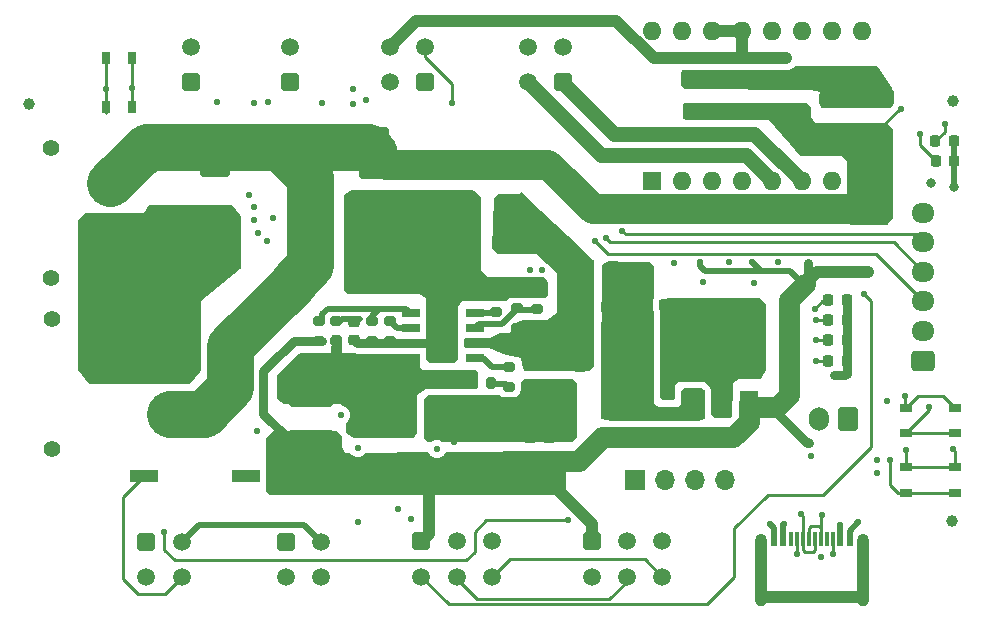
<source format=gbr>
%TF.GenerationSoftware,KiCad,Pcbnew,7.0.11-7.0.11~ubuntu22.04.1*%
%TF.CreationDate,2024-03-20T16:02:33+01:00*%
%TF.ProjectId,sdrac_board,73647261-635f-4626-9f61-72642e6b6963,2.0*%
%TF.SameCoordinates,Original*%
%TF.FileFunction,Copper,L1,Top*%
%TF.FilePolarity,Positive*%
%FSLAX46Y46*%
G04 Gerber Fmt 4.6, Leading zero omitted, Abs format (unit mm)*
G04 Created by KiCad (PCBNEW 7.0.11-7.0.11~ubuntu22.04.1) date 2024-03-20 16:02:33*
%MOMM*%
%LPD*%
G01*
G04 APERTURE LIST*
G04 Aperture macros list*
%AMRoundRect*
0 Rectangle with rounded corners*
0 $1 Rounding radius*
0 $2 $3 $4 $5 $6 $7 $8 $9 X,Y pos of 4 corners*
0 Add a 4 corners polygon primitive as box body*
4,1,4,$2,$3,$4,$5,$6,$7,$8,$9,$2,$3,0*
0 Add four circle primitives for the rounded corners*
1,1,$1+$1,$2,$3*
1,1,$1+$1,$4,$5*
1,1,$1+$1,$6,$7*
1,1,$1+$1,$8,$9*
0 Add four rect primitives between the rounded corners*
20,1,$1+$1,$2,$3,$4,$5,0*
20,1,$1+$1,$4,$5,$6,$7,0*
20,1,$1+$1,$6,$7,$8,$9,0*
20,1,$1+$1,$8,$9,$2,$3,0*%
%AMRotRect*
0 Rectangle, with rotation*
0 The origin of the aperture is its center*
0 $1 length*
0 $2 width*
0 $3 Rotation angle, in degrees counterclockwise*
0 Add horizontal line*
21,1,$1,$2,0,0,$3*%
G04 Aperture macros list end*
%TA.AperFunction,SMDPad,CuDef*%
%ADD10RoundRect,0.200000X0.275000X-0.200000X0.275000X0.200000X-0.275000X0.200000X-0.275000X-0.200000X0*%
%TD*%
%TA.AperFunction,ComponentPad*%
%ADD11RoundRect,0.250001X-0.499999X-0.499999X0.499999X-0.499999X0.499999X0.499999X-0.499999X0.499999X0*%
%TD*%
%TA.AperFunction,ComponentPad*%
%ADD12C,1.500000*%
%TD*%
%TA.AperFunction,SMDPad,CuDef*%
%ADD13R,1.500000X2.000000*%
%TD*%
%TA.AperFunction,SMDPad,CuDef*%
%ADD14R,3.800000X2.000000*%
%TD*%
%TA.AperFunction,ComponentPad*%
%ADD15C,1.400000*%
%TD*%
%TA.AperFunction,ComponentPad*%
%ADD16R,3.500000X3.500000*%
%TD*%
%TA.AperFunction,ComponentPad*%
%ADD17C,3.500000*%
%TD*%
%TA.AperFunction,ComponentPad*%
%ADD18RoundRect,0.250001X0.499999X0.499999X-0.499999X0.499999X-0.499999X-0.499999X0.499999X-0.499999X0*%
%TD*%
%TA.AperFunction,SMDPad,CuDef*%
%ADD19R,2.440000X1.120000*%
%TD*%
%TA.AperFunction,SMDPad,CuDef*%
%ADD20RoundRect,0.218750X0.218750X0.256250X-0.218750X0.256250X-0.218750X-0.256250X0.218750X-0.256250X0*%
%TD*%
%TA.AperFunction,SMDPad,CuDef*%
%ADD21RoundRect,0.250000X-1.000000X1.950000X-1.000000X-1.950000X1.000000X-1.950000X1.000000X1.950000X0*%
%TD*%
%TA.AperFunction,SMDPad,CuDef*%
%ADD22RoundRect,0.200000X-0.275000X0.200000X-0.275000X-0.200000X0.275000X-0.200000X0.275000X0.200000X0*%
%TD*%
%TA.AperFunction,SMDPad,CuDef*%
%ADD23RoundRect,0.225000X0.250000X-0.225000X0.250000X0.225000X-0.250000X0.225000X-0.250000X-0.225000X0*%
%TD*%
%TA.AperFunction,SMDPad,CuDef*%
%ADD24RoundRect,0.250000X0.650000X-0.325000X0.650000X0.325000X-0.650000X0.325000X-0.650000X-0.325000X0*%
%TD*%
%TA.AperFunction,SMDPad,CuDef*%
%ADD25RoundRect,0.250000X1.100000X-0.325000X1.100000X0.325000X-1.100000X0.325000X-1.100000X-0.325000X0*%
%TD*%
%TA.AperFunction,SMDPad,CuDef*%
%ADD26RoundRect,0.250000X-1.100000X0.325000X-1.100000X-0.325000X1.100000X-0.325000X1.100000X0.325000X0*%
%TD*%
%TA.AperFunction,SMDPad,CuDef*%
%ADD27RoundRect,0.250000X-0.325000X-1.100000X0.325000X-1.100000X0.325000X1.100000X-0.325000X1.100000X0*%
%TD*%
%TA.AperFunction,SMDPad,CuDef*%
%ADD28R,0.650000X1.050000*%
%TD*%
%TA.AperFunction,SMDPad,CuDef*%
%ADD29R,1.050000X0.650000*%
%TD*%
%TA.AperFunction,SMDPad,CuDef*%
%ADD30C,1.000000*%
%TD*%
%TA.AperFunction,SMDPad,CuDef*%
%ADD31RoundRect,0.250000X0.475000X-0.250000X0.475000X0.250000X-0.475000X0.250000X-0.475000X-0.250000X0*%
%TD*%
%TA.AperFunction,SMDPad,CuDef*%
%ADD32RoundRect,0.225000X-0.225000X-0.250000X0.225000X-0.250000X0.225000X0.250000X-0.225000X0.250000X0*%
%TD*%
%TA.AperFunction,SMDPad,CuDef*%
%ADD33RoundRect,0.250000X1.000000X-1.400000X1.000000X1.400000X-1.000000X1.400000X-1.000000X-1.400000X0*%
%TD*%
%TA.AperFunction,SMDPad,CuDef*%
%ADD34R,1.525000X0.650000*%
%TD*%
%TA.AperFunction,SMDPad,CuDef*%
%ADD35R,2.400000X3.100000*%
%TD*%
%TA.AperFunction,SMDPad,CuDef*%
%ADD36RoundRect,0.250000X0.250000X0.475000X-0.250000X0.475000X-0.250000X-0.475000X0.250000X-0.475000X0*%
%TD*%
%TA.AperFunction,ComponentPad*%
%ADD37R,1.700000X1.700000*%
%TD*%
%TA.AperFunction,ComponentPad*%
%ADD38O,1.700000X1.700000*%
%TD*%
%TA.AperFunction,SMDPad,CuDef*%
%ADD39R,0.600000X1.240000*%
%TD*%
%TA.AperFunction,SMDPad,CuDef*%
%ADD40R,0.300000X1.240000*%
%TD*%
%TA.AperFunction,ComponentPad*%
%ADD41O,1.000000X2.100000*%
%TD*%
%TA.AperFunction,ComponentPad*%
%ADD42O,1.000000X1.800000*%
%TD*%
%TA.AperFunction,SMDPad,CuDef*%
%ADD43RotRect,1.500000X4.700000X225.000000*%
%TD*%
%TA.AperFunction,SMDPad,CuDef*%
%ADD44RoundRect,0.200000X0.200000X0.275000X-0.200000X0.275000X-0.200000X-0.275000X0.200000X-0.275000X0*%
%TD*%
%TA.AperFunction,ComponentPad*%
%ADD45RoundRect,0.250000X0.725000X-0.600000X0.725000X0.600000X-0.725000X0.600000X-0.725000X-0.600000X0*%
%TD*%
%TA.AperFunction,ComponentPad*%
%ADD46O,1.950000X1.700000*%
%TD*%
%TA.AperFunction,SMDPad,CuDef*%
%ADD47RoundRect,0.250000X-1.625000X0.312500X-1.625000X-0.312500X1.625000X-0.312500X1.625000X0.312500X0*%
%TD*%
%TA.AperFunction,SMDPad,CuDef*%
%ADD48RoundRect,0.242778X-1.632222X0.303472X-1.632222X-0.303472X1.632222X-0.303472X1.632222X0.303472X0*%
%TD*%
%TA.AperFunction,SMDPad,CuDef*%
%ADD49RoundRect,0.225000X0.225000X0.250000X-0.225000X0.250000X-0.225000X-0.250000X0.225000X-0.250000X0*%
%TD*%
%TA.AperFunction,ComponentPad*%
%ADD50R,1.600000X1.600000*%
%TD*%
%TA.AperFunction,ComponentPad*%
%ADD51O,1.600000X1.600000*%
%TD*%
%TA.AperFunction,SMDPad,CuDef*%
%ADD52RoundRect,0.225000X-0.250000X0.225000X-0.250000X-0.225000X0.250000X-0.225000X0.250000X0.225000X0*%
%TD*%
%TA.AperFunction,ComponentPad*%
%ADD53RoundRect,0.250000X0.600000X0.750000X-0.600000X0.750000X-0.600000X-0.750000X0.600000X-0.750000X0*%
%TD*%
%TA.AperFunction,ComponentPad*%
%ADD54O,1.700000X2.000000*%
%TD*%
%TA.AperFunction,ViaPad*%
%ADD55C,0.550000*%
%TD*%
%TA.AperFunction,ViaPad*%
%ADD56C,0.800000*%
%TD*%
%TA.AperFunction,Conductor*%
%ADD57C,0.750000*%
%TD*%
%TA.AperFunction,Conductor*%
%ADD58C,0.254000*%
%TD*%
%TA.AperFunction,Conductor*%
%ADD59C,0.508000*%
%TD*%
%TA.AperFunction,Conductor*%
%ADD60C,1.750000*%
%TD*%
%TA.AperFunction,Conductor*%
%ADD61C,1.000000*%
%TD*%
%TA.AperFunction,Conductor*%
%ADD62C,1.270000*%
%TD*%
%TA.AperFunction,Conductor*%
%ADD63C,0.250000*%
%TD*%
%TA.AperFunction,Conductor*%
%ADD64C,4.000000*%
%TD*%
%TA.AperFunction,Conductor*%
%ADD65C,2.540000*%
%TD*%
G04 APERTURE END LIST*
D10*
%TO.P,R20,1*%
%TO.N,Net-(IC2-EN)*%
X43000000Y-17325000D03*
%TO.P,R20,2*%
%TO.N,GND*%
X43000000Y-15675000D03*
%TD*%
D11*
%TO.P,U4,1,Pin_1*%
%TO.N,GND*%
X9900000Y-37050000D03*
D12*
%TO.P,U4,2,Pin_2*%
%TO.N,/CAN/CAN_5V*%
X12900000Y-37050000D03*
%TO.P,U4,3,Pin_3*%
%TO.N,/CAN/CANH*%
X9900000Y-40050000D03*
%TO.P,U4,4,Pin_4*%
%TO.N,/CAN/CANL*%
X12900000Y-40050000D03*
%TD*%
D10*
%TO.P,R21,1*%
%TO.N,Net-(IC2-RT{slash}SYNC)*%
X39500000Y-17625000D03*
%TO.P,R21,2*%
%TO.N,GND*%
X39500000Y-15975000D03*
%TD*%
D13*
%TO.P,U6,1,GND*%
%TO.N,GND*%
X56300000Y-25300000D03*
%TO.P,U6,2,VO*%
%TO.N,+3V3*%
X58600000Y-25300000D03*
D14*
X58600000Y-19000000D03*
D13*
%TO.P,U6,3,VI*%
%TO.N,+5V*%
X60900000Y-25300000D03*
%TD*%
D15*
%TO.P,J3,*%
%TO.N,*%
X1850000Y-14700000D03*
X1850000Y-3700000D03*
D16*
%TO.P,J3,1,Pin_1*%
%TO.N,GND*%
X6850000Y-11700000D03*
D17*
%TO.P,J3,2,Pin_2*%
%TO.N,VCC*%
X6850000Y-6700000D03*
%TD*%
D18*
%TO.P,J5,1,Pin_1*%
%TO.N,/SteperMotor/STEPER_B2*%
X45200000Y1880000D03*
D12*
%TO.P,J5,2,Pin_2*%
%TO.N,/SteperMotor/STEPER_A2*%
X42200000Y1880000D03*
%TO.P,J5,3,Pin_3*%
%TO.N,/SteperMotor/STEPER_A1*%
X45200000Y4880000D03*
%TO.P,J5,4,Pin_4*%
%TO.N,/SteperMotor/STEPER_B1*%
X42200000Y4880000D03*
%TD*%
D19*
%TO.P,SW4,1*%
%TO.N,Net-(R14-Pad2)*%
X18305000Y-31500000D03*
%TO.P,SW4,2*%
%TO.N,/CAN/CANL*%
X9695000Y-31500000D03*
%TD*%
D20*
%TO.P,D6,1,K*%
%TO.N,GND*%
X69187500Y-16600000D03*
%TO.P,D6,2,A*%
%TO.N,Net-(D6-A)*%
X67612500Y-16600000D03*
%TD*%
D21*
%TO.P,C44,1*%
%TO.N,VCC*%
X29200000Y-4100000D03*
%TO.P,C44,2*%
%TO.N,GND*%
X29200000Y-12500000D03*
%TD*%
D15*
%TO.P,J2,*%
%TO.N,*%
X1875000Y-29200000D03*
X1875000Y-18200000D03*
D16*
%TO.P,J2,1,Pin_1*%
%TO.N,GND*%
X11875000Y-21200000D03*
D17*
%TO.P,J2,2,Pin_2*%
%TO.N,VCC*%
X11875000Y-26200000D03*
%TD*%
D10*
%TO.P,R24,1*%
%TO.N,+5V*%
X24500000Y-20025000D03*
%TO.P,R24,2*%
%TO.N,Net-(IC2-FB)*%
X24500000Y-18375000D03*
%TD*%
D22*
%TO.P,C18,1*%
%TO.N,Net-(IC2-SS_OR_PGOOD)*%
X30500000Y-18375000D03*
%TO.P,C18,2*%
%TO.N,GND*%
X30500000Y-20025000D03*
%TD*%
D23*
%TO.P,C28,1*%
%TO.N,+5V*%
X44012000Y-29845000D03*
%TO.P,C28,2*%
%TO.N,GND*%
X44012000Y-28295000D03*
%TD*%
D24*
%TO.P,C37,1*%
%TO.N,VCC*%
X59100000Y-675000D03*
%TO.P,C37,2*%
%TO.N,GND*%
X59100000Y2275000D03*
%TD*%
D25*
%TO.P,C46,1*%
%TO.N,VCC*%
X71600000Y-2475000D03*
%TO.P,C46,2*%
%TO.N,GND*%
X71600000Y475000D03*
%TD*%
D11*
%TO.P,J10,1,Pin_1*%
%TO.N,+5V*%
X33200000Y-37000000D03*
D12*
%TO.P,J10,2,Pin_2*%
%TO.N,+3V3*%
X36200000Y-37000000D03*
%TO.P,J10,3,Pin_3*%
%TO.N,GND*%
X39200000Y-37000000D03*
%TO.P,J10,4,Pin_4*%
%TO.N,/MCU/Poz_zero_sens*%
X33200000Y-40000000D03*
%TO.P,J10,5,Pin_5*%
%TO.N,/MCU/SCL*%
X36200000Y-40000000D03*
%TO.P,J10,6,Pin_6*%
%TO.N,/MCU/SDA*%
X39200000Y-40000000D03*
%TD*%
D20*
%TO.P,D3,1,K*%
%TO.N,GND*%
X69187500Y-20000000D03*
%TO.P,D3,2,A*%
%TO.N,Net-(D3-A)*%
X67612500Y-20000000D03*
%TD*%
D22*
%TO.P,C17,1*%
%TO.N,Net-(IC2-BOOT)*%
X40600000Y-22275000D03*
%TO.P,C17,2*%
%TO.N,Net-(C17-Pad2)*%
X40600000Y-23925000D03*
%TD*%
D26*
%TO.P,C48,1*%
%TO.N,VCC*%
X36600000Y-5125000D03*
%TO.P,C48,2*%
%TO.N,GND*%
X36600000Y-8075000D03*
%TD*%
D24*
%TO.P,C19,1*%
%TO.N,+5V*%
X49400000Y-27975000D03*
%TO.P,C19,2*%
%TO.N,GND*%
X49400000Y-25025000D03*
%TD*%
D27*
%TO.P,C16,1*%
%TO.N,VDC*%
X46625000Y-21300000D03*
%TO.P,C16,2*%
%TO.N,GND*%
X49575000Y-21300000D03*
%TD*%
D28*
%TO.P,SW2,1,1*%
%TO.N,GND*%
X6500000Y-275000D03*
X6500000Y3875000D03*
%TO.P,SW2,2,2*%
%TO.N,/MCU/NRST*%
X8650000Y-275000D03*
X8650000Y3875000D03*
%TD*%
D24*
%TO.P,C38,1*%
%TO.N,VCC*%
X61700000Y-675000D03*
%TO.P,C38,2*%
%TO.N,GND*%
X61700000Y2275000D03*
%TD*%
D29*
%TO.P,SW1,1,1*%
%TO.N,Net-(R34-Pad1)*%
X78375000Y-27875000D03*
X74225000Y-27875000D03*
%TO.P,SW1,2,2*%
%TO.N,+3V3*%
X78375000Y-25725000D03*
X74225000Y-25725000D03*
%TD*%
D30*
%TO.P,FID2,*%
%TO.N,*%
X78200000Y300000D03*
%TD*%
D31*
%TO.P,C22,1*%
%TO.N,+5V*%
X40500000Y-29975000D03*
%TO.P,C22,2*%
%TO.N,GND*%
X40500000Y-28075000D03*
%TD*%
D23*
%TO.P,C20,1*%
%TO.N,+5V*%
X51400000Y-27775000D03*
%TO.P,C20,2*%
%TO.N,GND*%
X51400000Y-26225000D03*
%TD*%
D26*
%TO.P,C15,1*%
%TO.N,VDC*%
X43500000Y-21225000D03*
%TO.P,C15,2*%
%TO.N,GND*%
X43500000Y-24175000D03*
%TD*%
D32*
%TO.P,C13,1*%
%TO.N,VDC*%
X47300000Y-18900000D03*
%TO.P,C13,2*%
%TO.N,GND*%
X48850000Y-18900000D03*
%TD*%
D21*
%TO.P,C34,1*%
%TO.N,VCC*%
X15700000Y-4000000D03*
%TO.P,C34,2*%
%TO.N,GND*%
X15700000Y-12400000D03*
%TD*%
D25*
%TO.P,C45,1*%
%TO.N,VCC*%
X68200000Y-2475000D03*
%TO.P,C45,2*%
%TO.N,GND*%
X68200000Y475000D03*
%TD*%
D10*
%TO.P,R19,1*%
%TO.N,VDC*%
X41300000Y-18925000D03*
%TO.P,R19,2*%
%TO.N,Net-(IC2-EN)*%
X41300000Y-17275000D03*
%TD*%
D22*
%TO.P,R25,1*%
%TO.N,Net-(IC2-FB)*%
X29000000Y-18375000D03*
%TO.P,R25,2*%
%TO.N,GND*%
X29000000Y-20025000D03*
%TD*%
D33*
%TO.P,D10,1,K*%
%TO.N,Net-(D10-K)*%
X28500000Y-26400000D03*
%TO.P,D10,2,A*%
%TO.N,GND*%
X35300000Y-26400000D03*
%TD*%
D29*
%TO.P,SW3,1,1*%
%TO.N,GND*%
X74225000Y-30725000D03*
X78375000Y-30725000D03*
%TO.P,SW3,2,2*%
%TO.N,/MCU/USR_BTN*%
X74225000Y-32875000D03*
X78375000Y-32875000D03*
%TD*%
D10*
%TO.P,R23,1*%
%TO.N,Net-(D10-K)*%
X26000000Y-20025000D03*
%TO.P,R23,2*%
%TO.N,Net-(C21-Pad1)*%
X26000000Y-18375000D03*
%TD*%
D11*
%TO.P,J9,1,Pin_1*%
%TO.N,+5V*%
X47600000Y-37000000D03*
D12*
%TO.P,J9,2,Pin_2*%
%TO.N,+3V3*%
X50600000Y-37000000D03*
%TO.P,J9,3,Pin_3*%
%TO.N,GND*%
X53600000Y-37000000D03*
%TO.P,J9,4,Pin_4*%
%TO.N,/MCU/Mag_enc_analog*%
X47600000Y-40000000D03*
%TO.P,J9,5,Pin_5*%
%TO.N,/MCU/SCL*%
X50600000Y-40000000D03*
%TO.P,J9,6,Pin_6*%
%TO.N,/MCU/SDA*%
X53600000Y-40000000D03*
%TD*%
D34*
%TO.P,IC2,1,BOOT*%
%TO.N,Net-(IC2-BOOT)*%
X37712000Y-21505000D03*
%TO.P,IC2,2,VIN*%
%TO.N,VDC*%
X37712000Y-20235000D03*
%TO.P,IC2,3,EN*%
%TO.N,Net-(IC2-EN)*%
X37712000Y-18965000D03*
%TO.P,IC2,4,RT/SYNC*%
%TO.N,Net-(IC2-RT{slash}SYNC)*%
X37712000Y-17695000D03*
%TO.P,IC2,5,FB*%
%TO.N,Net-(IC2-FB)*%
X32288000Y-17695000D03*
%TO.P,IC2,6,SS_OR_PGOOD*%
%TO.N,Net-(IC2-SS_OR_PGOOD)*%
X32288000Y-18965000D03*
%TO.P,IC2,7,GND*%
%TO.N,GND*%
X32288000Y-20235000D03*
%TO.P,IC2,8,SW*%
%TO.N,Net-(D10-K)*%
X32288000Y-21505000D03*
D35*
%TO.P,IC2,9,EP*%
%TO.N,GND*%
X35000000Y-19600000D03*
%TD*%
D32*
%TO.P,C12,1*%
%TO.N,VDC*%
X47300000Y-17200000D03*
%TO.P,C12,2*%
%TO.N,GND*%
X48850000Y-17200000D03*
%TD*%
D23*
%TO.P,C26,1*%
%TO.N,+5V*%
X42412000Y-29845000D03*
%TO.P,C26,2*%
%TO.N,GND*%
X42412000Y-28295000D03*
%TD*%
D11*
%TO.P,U5,1,Pin_1*%
%TO.N,GND*%
X21700000Y-37040000D03*
D12*
%TO.P,U5,2,Pin_2*%
%TO.N,/CAN/CAN_5V*%
X24700000Y-37040000D03*
%TO.P,U5,3,Pin_3*%
%TO.N,/CAN/CANH*%
X21700000Y-40040000D03*
%TO.P,U5,4,Pin_4*%
%TO.N,/CAN/CANL*%
X24700000Y-40040000D03*
%TD*%
D36*
%TO.P,C27,1*%
%TO.N,+3V3*%
X54050000Y-23100000D03*
%TO.P,C27,2*%
%TO.N,GND*%
X52150000Y-23100000D03*
%TD*%
D37*
%TO.P,J12,1,Pin_1*%
%TO.N,GND*%
X51300000Y-31800000D03*
D38*
%TO.P,J12,2,Pin_2*%
%TO.N,/MCU/SWCLK*%
X53840000Y-31800000D03*
%TO.P,J12,3,Pin_3*%
%TO.N,/MCU/SWDIO*%
X56380000Y-31800000D03*
%TO.P,J12,4,Pin_4*%
%TO.N,/MCU/NRST*%
X58920000Y-31800000D03*
%TD*%
D39*
%TO.P,J6,A1,GND*%
%TO.N,GND*%
X63050000Y-36800000D03*
%TO.P,J6,A4,VBUS*%
%TO.N,/USB/V_BUS*%
X63850000Y-36800000D03*
D40*
%TO.P,J6,A5,CC1*%
%TO.N,Net-(J6-CC1)*%
X65000000Y-36800000D03*
%TO.P,J6,A6,D+*%
%TO.N,/USB/USB_CONN_D+*%
X66000000Y-36800000D03*
%TO.P,J6,A7,D-*%
%TO.N,/USB/USB_CONN_D-*%
X66500000Y-36800000D03*
%TO.P,J6,A8,SBU1*%
%TO.N,unconnected-(J6-SBU1-PadA8)*%
X67500000Y-36800000D03*
D39*
%TO.P,J6,A9,VBUS*%
%TO.N,/USB/V_BUS*%
X68650000Y-36800000D03*
%TO.P,J6,A12,GND*%
%TO.N,GND*%
X69450000Y-36800000D03*
%TO.P,J6,B1,GND*%
X69450000Y-36800000D03*
%TO.P,J6,B4,VBUS*%
%TO.N,/USB/V_BUS*%
X68650000Y-36800000D03*
D40*
%TO.P,J6,B5,CC2*%
%TO.N,Net-(J6-CC2)*%
X68000000Y-36800000D03*
%TO.P,J6,B6,D+*%
%TO.N,/USB/USB_CONN_D+*%
X67000000Y-36800000D03*
%TO.P,J6,B7,D-*%
%TO.N,/USB/USB_CONN_D-*%
X65500000Y-36800000D03*
%TO.P,J6,B8,SBU2*%
%TO.N,unconnected-(J6-SBU2-PadB8)*%
X64500000Y-36800000D03*
D39*
%TO.P,J6,B9,VBUS*%
%TO.N,/USB/V_BUS*%
X63850000Y-36800000D03*
%TO.P,J6,B12,GND*%
%TO.N,GND*%
X63050000Y-36800000D03*
D41*
%TO.P,J6,S1,SHIELD*%
%TO.N,Net-(J6-SHIELD)*%
X61930000Y-37400000D03*
D42*
X61930000Y-41600000D03*
D41*
X70570000Y-37400000D03*
D42*
X70570000Y-41600000D03*
%TD*%
D18*
%TO.P,J4,1,Pin_1*%
%TO.N,/SteperMotor/STEPER_ENABLE*%
X33500000Y1880000D03*
D12*
%TO.P,J4,2,Pin_2*%
%TO.N,/SteperMotor/STEPER_STEP*%
X30500000Y1880000D03*
%TO.P,J4,3,Pin_3*%
%TO.N,/SteperMotor/STEPER_DIRECTION*%
X33500000Y4880000D03*
%TO.P,J4,4,Pin_4*%
%TO.N,+5V*%
X30500000Y4880000D03*
%TD*%
D30*
%TO.P,FID1,*%
%TO.N,*%
X0Y0D03*
%TD*%
D31*
%TO.P,C24,1*%
%TO.N,+5V*%
X38100000Y-29975000D03*
%TO.P,C24,2*%
%TO.N,GND*%
X38100000Y-28075000D03*
%TD*%
D43*
%TO.P,L2,1,1*%
%TO.N,VCC*%
X45614214Y-6785786D03*
%TO.P,L2,2,2*%
%TO.N,VDC*%
X42785786Y-9614214D03*
%TD*%
D44*
%TO.P,R22,1*%
%TO.N,Net-(C17-Pad2)*%
X39125000Y-23600000D03*
%TO.P,R22,2*%
%TO.N,Net-(D10-K)*%
X37475000Y-23600000D03*
%TD*%
D45*
%TO.P,J1,1,Pin_1*%
%TO.N,GND*%
X75700000Y-21700000D03*
D46*
%TO.P,J1,2,Pin_2*%
%TO.N,/MCU/C_TX*%
X75700000Y-19200000D03*
%TO.P,J1,3,Pin_3*%
%TO.N,/MCU/C_RX*%
X75700000Y-16700000D03*
%TO.P,J1,4,Pin_4*%
%TO.N,/MCU/C_A2*%
X75700000Y-14200000D03*
%TO.P,J1,5,Pin_5*%
%TO.N,/MCU/C_A1*%
X75700000Y-11700000D03*
%TO.P,J1,6,Pin_6*%
%TO.N,+5V*%
X75700000Y-9200000D03*
%TD*%
D20*
%TO.P,D8,1,K*%
%TO.N,GND*%
X78300000Y-4800000D03*
%TO.P,D8,2,A*%
%TO.N,Net-(D8-A)*%
X76725000Y-4800000D03*
%TD*%
%TO.P,D7,1,K*%
%TO.N,GND*%
X78287500Y-3100000D03*
%TO.P,D7,2,A*%
%TO.N,Net-(D7-A)*%
X76712500Y-3100000D03*
%TD*%
%TO.P,D4,1,K*%
%TO.N,GND*%
X69187500Y-21700000D03*
%TO.P,D4,2,A*%
%TO.N,Net-(D4-A)*%
X67612500Y-21700000D03*
%TD*%
D47*
%TO.P,L1,1,1*%
%TO.N,Net-(D10-K)*%
X23820000Y-25080000D03*
D48*
%TO.P,L1,2,2*%
%TO.N,+5V*%
X23810000Y-28096250D03*
%TD*%
D30*
%TO.P,FID3,*%
%TO.N,*%
X78100000Y-35300000D03*
%TD*%
D27*
%TO.P,C49,1*%
%TO.N,VDC*%
X46425000Y-14600000D03*
%TO.P,C49,2*%
%TO.N,GND*%
X49375000Y-14600000D03*
%TD*%
D49*
%TO.P,C23,1*%
%TO.N,+3V3*%
X53775000Y-17000000D03*
%TO.P,C23,2*%
%TO.N,GND*%
X52225000Y-17000000D03*
%TD*%
D36*
%TO.P,C29,1*%
%TO.N,+3V3*%
X54050000Y-18900000D03*
%TO.P,C29,2*%
%TO.N,GND*%
X52150000Y-18900000D03*
%TD*%
D50*
%TO.P,A1,1,GND*%
%TO.N,GND*%
X52680000Y-6500000D03*
D51*
%TO.P,A1,2,VDD*%
%TO.N,+5V*%
X55220000Y-6500000D03*
%TO.P,A1,3,1B*%
%TO.N,/SteperMotor/STEPER_B1*%
X57760000Y-6500000D03*
%TO.P,A1,4,1A*%
%TO.N,/SteperMotor/STEPER_A1*%
X60300000Y-6500000D03*
%TO.P,A1,5,2A*%
%TO.N,/SteperMotor/STEPER_A2*%
X62840000Y-6500000D03*
%TO.P,A1,6,2B*%
%TO.N,/SteperMotor/STEPER_B2*%
X65380000Y-6500000D03*
%TO.P,A1,7,GND*%
%TO.N,GND*%
X67920000Y-6500000D03*
%TO.P,A1,8,VMOT*%
%TO.N,VCC*%
X70460000Y-6500000D03*
%TO.P,A1,9,~{ENABLE}*%
%TO.N,/SteperMotor/STEPER_ENABLE*%
X70460000Y6200000D03*
%TO.P,A1,10,MS1*%
%TO.N,unconnected-(A1-MS1-Pad10)*%
X67920000Y6200000D03*
%TO.P,A1,11,MS2*%
%TO.N,unconnected-(A1-MS2-Pad11)*%
X65380000Y6200000D03*
%TO.P,A1,12,MS3*%
%TO.N,unconnected-(A1-MS3-Pad12)*%
X62840000Y6200000D03*
%TO.P,A1,13,~{RESET}*%
%TO.N,+5V*%
X60300000Y6200000D03*
%TO.P,A1,14,~{SLEEP}*%
X57760000Y6200000D03*
%TO.P,A1,15,STEP*%
%TO.N,/SteperMotor/STEPER_STEP*%
X55220000Y6200000D03*
%TO.P,A1,16,DIR*%
%TO.N,/SteperMotor/STEPER_DIRECTION*%
X52680000Y6200000D03*
%TD*%
D18*
%TO.P,J7,1,Pin_1*%
%TO.N,/MCU/Temp_Eng*%
X22100000Y1880000D03*
D12*
%TO.P,J7,2,Pin_2*%
%TO.N,GND*%
X22100000Y4880000D03*
%TD*%
D52*
%TO.P,C21,1*%
%TO.N,Net-(C21-Pad1)*%
X27500000Y-18425000D03*
%TO.P,C21,2*%
%TO.N,GND*%
X27500000Y-19975000D03*
%TD*%
D18*
%TO.P,J8,1,Pin_1*%
%TO.N,/MCU/Temp_Step*%
X13700000Y1880000D03*
D12*
%TO.P,J8,2,Pin_2*%
%TO.N,GND*%
X13700000Y4880000D03*
%TD*%
D36*
%TO.P,C25,1*%
%TO.N,+3V3*%
X54050000Y-21000000D03*
%TO.P,C25,2*%
%TO.N,GND*%
X52150000Y-21000000D03*
%TD*%
D20*
%TO.P,D5,1,K*%
%TO.N,GND*%
X69187500Y-18300000D03*
%TO.P,D5,2,A*%
%TO.N,Net-(D5-A)*%
X67612500Y-18300000D03*
%TD*%
D24*
%TO.P,C33,1*%
%TO.N,VCC*%
X56500000Y-675000D03*
%TO.P,C33,2*%
%TO.N,GND*%
X56500000Y2275000D03*
%TD*%
D53*
%TO.P,J11,1,Pin_1*%
%TO.N,/MCU/PUL_SYNC*%
X69350000Y-26625000D03*
D54*
%TO.P,J11,2,Pin_2*%
%TO.N,/MCU/DIR_SYNC*%
X66850000Y-26625000D03*
%TD*%
D25*
%TO.P,C35,1*%
%TO.N,VCC*%
X64800000Y-675000D03*
%TO.P,C35,2*%
%TO.N,GND*%
X64800000Y2275000D03*
%TD*%
D55*
%TO.N,GND*%
X63400000Y-13371000D03*
X71750000Y-30150000D03*
X7200000Y-18600000D03*
X66900000Y1800000D03*
X31500000Y-15200000D03*
X36000000Y-15185995D03*
X10200000Y-14500000D03*
X51500000Y-14400000D03*
X19000000Y100000D03*
X11600000Y-12100000D03*
X27400000Y1300000D03*
X8400000Y-21300000D03*
X68100000Y-22900000D03*
X34900000Y-16600000D03*
X37900000Y-16100000D03*
X12700000Y-14500000D03*
X34100000Y-17300000D03*
X27400000Y0D03*
X8400000Y-18600000D03*
X26900000Y-11800000D03*
X52150000Y-22602000D03*
X37500000Y-25700000D03*
X34100000Y-15800000D03*
X37200000Y-12800000D03*
X11500000Y-15700000D03*
X27798000Y-29100000D03*
X61350000Y-15175000D03*
X41900000Y-25400000D03*
X7200000Y-22500000D03*
X36800000Y-16100000D03*
X71300000Y2700000D03*
X35965000Y-28600000D03*
X54600000Y-13400000D03*
X67000000Y-38300000D03*
X51500000Y-15598000D03*
X11600000Y-10800000D03*
X42400000Y-14000000D03*
X11600000Y-9600000D03*
X71300000Y1800000D03*
X8400000Y-19800000D03*
X74235000Y-29300000D03*
X37100000Y-15200000D03*
X43400000Y-14000000D03*
X67900000Y1800000D03*
X32800000Y-12800000D03*
X78210000Y-29200000D03*
X34700000Y-12300000D03*
X28700000Y-8600000D03*
X49000000Y-26200000D03*
X5900000Y-21300000D03*
X52500000Y-15100000D03*
X57050000Y-15075000D03*
X20600000Y-9600000D03*
X50100000Y-26200000D03*
X42900000Y-26400000D03*
X10200000Y-15700000D03*
X66200000Y-29800000D03*
X53300000Y-26200000D03*
X5900000Y-22500000D03*
X69087500Y-22900000D03*
X38300000Y-26600000D03*
X50900000Y-22602000D03*
X7200000Y-21300000D03*
X12800000Y-12100000D03*
X62700000Y-35500000D03*
X34400000Y-9000000D03*
X31200000Y-34300000D03*
X6500000Y1300000D03*
X71750000Y-31250000D03*
X66900000Y2700000D03*
X69000000Y2700000D03*
X70200000Y-35400000D03*
X70200000Y1800000D03*
X5900000Y-18600000D03*
X39700000Y-25600000D03*
X12800000Y-10800000D03*
X8400000Y-22500000D03*
X11500000Y-14500000D03*
X59200000Y-13371000D03*
X38400000Y-15200000D03*
X50600000Y-14100000D03*
X7200000Y-19800000D03*
X12800000Y-9600000D03*
X19300000Y-27700000D03*
X50600000Y-15100000D03*
X5900000Y-19800000D03*
X40500000Y-26300000D03*
D56*
X78300000Y-7000000D03*
D55*
X70200000Y2700000D03*
X69000000Y1800000D03*
X67900000Y2700000D03*
X51100000Y-19102000D03*
X12700000Y-15700000D03*
%TO.N,+5V*%
X67200000Y-14200000D03*
X70000000Y-14200000D03*
D56*
X66000000Y-28700000D03*
D55*
X20902500Y-21502500D03*
X71000000Y-14200000D03*
X56800000Y-13335500D03*
X61800000Y3900000D03*
X65900000Y-13483501D03*
X61200000Y-13335500D03*
X21700000Y-20700000D03*
X69000000Y-14200000D03*
X68100000Y-14200000D03*
X64100000Y3900000D03*
X22400000Y-20005000D03*
X63000000Y3900000D03*
D56*
X64743519Y-27573513D03*
D55*
%TO.N,/SteperMotor/STEPER_DIRECTION*%
X35800000Y100000D03*
%TO.N,/MCU/NRST*%
X45600000Y-35200000D03*
X8650000Y1400000D03*
X11400000Y-36200000D03*
%TO.N,+3V3*%
X28500000Y400000D03*
X34500000Y-29200000D03*
X27800000Y-35400000D03*
X32300000Y-35100000D03*
X24800000Y100000D03*
X59700000Y-22602000D03*
X61500000Y-17400000D03*
X20100000Y-11600000D03*
X60700000Y-22602000D03*
D56*
X76300000Y-6700000D03*
D55*
X58700000Y-22602000D03*
X72574321Y-25125679D03*
X19000000Y-8700000D03*
X19000000Y-9800000D03*
X55700000Y-22602000D03*
X57700000Y-22602000D03*
X19400000Y-10900000D03*
X26400000Y-26300000D03*
X18600000Y-7700000D03*
X20200000Y200000D03*
X74110000Y-24700000D03*
X61600000Y-22602000D03*
X15900000Y200000D03*
X56700000Y-22602000D03*
%TO.N,/USB/V_BUS*%
X68600000Y-35600000D03*
X63900000Y-35500000D03*
%TO.N,Net-(D3-A)*%
X66600000Y-20000000D03*
%TO.N,Net-(D4-A)*%
X66600000Y-21700000D03*
%TO.N,Net-(D5-A)*%
X66600000Y-18300000D03*
%TO.N,Net-(D6-A)*%
X66500000Y-17300000D03*
%TO.N,Net-(D7-A)*%
X77500000Y-1700000D03*
%TO.N,Net-(D8-A)*%
X75400000Y-2500000D03*
%TO.N,Net-(J6-CC1)*%
X65000000Y-38100000D03*
%TO.N,/USB/USB_CONN_D+*%
X67150000Y-34750000D03*
%TO.N,/USB/USB_CONN_D-*%
X65300000Y-34700000D03*
%TO.N,Net-(J6-CC2)*%
X68000000Y-38100000D03*
%TO.N,/MCU/USR_BTN*%
X72900000Y-30100000D03*
%TO.N,Net-(R14-Pad2)*%
X18305000Y-31500000D03*
%TO.N,/MCU/Poz_zero_sens*%
X70700000Y-16100000D03*
%TO.N,/MCU/C_RX*%
X47900000Y-11600000D03*
%TO.N,/MCU/C_A2*%
X48798000Y-11300000D03*
%TO.N,/MCU/C_A1*%
X50200000Y-10700000D03*
%TO.N,Net-(R34-Pad1)*%
X76210000Y-25600000D03*
%TO.N,VCC*%
X33900000Y-5800000D03*
X73800000Y-400000D03*
%TD*%
D57*
%TO.N,+5V*%
X63300000Y-26129994D02*
X63300000Y-25600000D01*
X64743519Y-27573513D02*
X65870006Y-28700000D01*
X65870006Y-28700000D02*
X66000000Y-28700000D01*
X64743519Y-27573513D02*
X63300000Y-26129994D01*
D58*
%TO.N,/MCU/NRST*%
X45600000Y-35200000D02*
X38700000Y-35200000D01*
X38700000Y-35200000D02*
X37700000Y-36200000D01*
X37000000Y-38600000D02*
X12300000Y-38600000D01*
X11400000Y-37700000D02*
X11400000Y-36200000D01*
X37700000Y-36200000D02*
X37700000Y-37900000D01*
X12300000Y-38600000D02*
X11400000Y-37700000D01*
X37700000Y-37900000D02*
X37000000Y-38600000D01*
%TO.N,/MCU/C_RX*%
X47900000Y-11600000D02*
X49000000Y-12700000D01*
X49000000Y-12700000D02*
X71700000Y-12700000D01*
X71700000Y-12700000D02*
X75700000Y-16700000D01*
%TO.N,/MCU/C_A2*%
X48798000Y-11300000D02*
X49198000Y-11700000D01*
X49198000Y-11700000D02*
X73200000Y-11700000D01*
X73200000Y-11700000D02*
X75700000Y-14200000D01*
%TO.N,/MCU/C_A1*%
X50200000Y-10700000D02*
X50500000Y-11000000D01*
X50500000Y-11000000D02*
X75000000Y-11000000D01*
X75000000Y-11000000D02*
X75700000Y-11700000D01*
%TO.N,/MCU/Poz_zero_sens*%
X70700000Y-16100000D02*
X71300000Y-16700000D01*
X57346000Y-42354000D02*
X35554000Y-42354000D01*
X71300000Y-16700000D02*
X71300000Y-29000000D01*
X71300000Y-29000000D02*
X67200000Y-33100000D01*
X67200000Y-33100000D02*
X62500000Y-33100000D01*
X62500000Y-33100000D02*
X59700000Y-35900000D01*
X59700000Y-35900000D02*
X59700000Y-40000000D01*
X59700000Y-40000000D02*
X57346000Y-42354000D01*
X35554000Y-42354000D02*
X33200000Y-40000000D01*
%TO.N,Net-(D6-A)*%
X66500000Y-17300000D02*
X67100000Y-16700000D01*
X67100000Y-16700000D02*
X67512500Y-16700000D01*
%TO.N,GND*%
X78200000Y-30550000D02*
X78375000Y-30725000D01*
D57*
X27755000Y-20230000D02*
X34370000Y-20230000D01*
D58*
X78375000Y-29365000D02*
X78210000Y-29200000D01*
D57*
X69187500Y-21700000D02*
X69187500Y-22800000D01*
X27500000Y-19975000D02*
X27755000Y-20230000D01*
D59*
X78300000Y-4300000D02*
X78300000Y-7000000D01*
X69450000Y-36800000D02*
X69450000Y-36150000D01*
X78287500Y-3100000D02*
X78287500Y-4287500D01*
D58*
X74225000Y-29310000D02*
X74235000Y-29300000D01*
X6500000Y3400000D02*
X6500000Y-750000D01*
X78375000Y-30725000D02*
X78375000Y-29365000D01*
X69212500Y-16700000D02*
X69312500Y-16600000D01*
D57*
X69187500Y-16600000D02*
X69187500Y-21700000D01*
D59*
X63050000Y-35850000D02*
X62700000Y-35500000D01*
D58*
X74225000Y-30725000D02*
X74225000Y-29310000D01*
X78375000Y-30725000D02*
X74225000Y-30725000D01*
D59*
X69450000Y-36150000D02*
X70200000Y-35400000D01*
X78287500Y-4287500D02*
X78300000Y-4300000D01*
D57*
X69087500Y-22900000D02*
X68100000Y-22900000D01*
X34370000Y-20230000D02*
X35000000Y-19600000D01*
D59*
X63050000Y-36800000D02*
X63050000Y-35850000D01*
D60*
%TO.N,+5V*%
X61200000Y-25600000D02*
X60900000Y-25300000D01*
D59*
X57200000Y-14100000D02*
X56800000Y-13700000D01*
X64400000Y-14100000D02*
X62208500Y-14100000D01*
X65500000Y-15200000D02*
X64400000Y-14100000D01*
D57*
X65700000Y-15200000D02*
X65900000Y-15000000D01*
D61*
X60300000Y6200000D02*
X60300000Y4000000D01*
D57*
X22375000Y-20025000D02*
X24800000Y-20025000D01*
D60*
X59600000Y-28200000D02*
X60900000Y-26900000D01*
D59*
X62208500Y-14100000D02*
X61964500Y-14100000D01*
D60*
X46500000Y-30200000D02*
X48500000Y-28200000D01*
D57*
X65900000Y-15000000D02*
X65900000Y-13483501D01*
D61*
X66700000Y-14200000D02*
X65700000Y-15200000D01*
D60*
X63300000Y-25600000D02*
X61200000Y-25600000D01*
D59*
X21752500Y-20642500D02*
X21752500Y-20647500D01*
X61964500Y-14100000D02*
X61200000Y-13335500D01*
D60*
X60900000Y-26900000D02*
X60900000Y-25300000D01*
D61*
X33800000Y-32400000D02*
X34000000Y-32200000D01*
D59*
X21705000Y-20700000D02*
X21700000Y-20700000D01*
D57*
X21700000Y-20700000D02*
X22375000Y-20025000D01*
D61*
X30500000Y4880000D02*
X32704000Y7084000D01*
X47600000Y-35500000D02*
X44700000Y-32600000D01*
D59*
X23668750Y-28237500D02*
X23600000Y-28237500D01*
X23810000Y-28096250D02*
X23668750Y-28237500D01*
D61*
X44700000Y-32600000D02*
X44200000Y-32600000D01*
D60*
X44400000Y-30200000D02*
X46500000Y-30200000D01*
D61*
X49674679Y7084000D02*
X52858679Y3900000D01*
D59*
X65700000Y-15200000D02*
X65500000Y-15200000D01*
D61*
X52858679Y3900000D02*
X64100000Y3900000D01*
D60*
X65700000Y-15200000D02*
X64300000Y-16600000D01*
D61*
X47600000Y-37000000D02*
X47600000Y-35500000D01*
D60*
X64300000Y-24600000D02*
X63300000Y-25600000D01*
D59*
X62208500Y-14100000D02*
X57200000Y-14100000D01*
D61*
X33200000Y-37000000D02*
X33800000Y-36400000D01*
X33800000Y-36400000D02*
X33800000Y-32400000D01*
D59*
X56800000Y-13700000D02*
X56800000Y-13335500D01*
D57*
X21700000Y-20705000D02*
X20902500Y-21502500D01*
D61*
X71000000Y-14200000D02*
X66700000Y-14200000D01*
D60*
X48500000Y-28200000D02*
X59600000Y-28200000D01*
D61*
X60300000Y4000000D02*
X60400000Y3900000D01*
D57*
X21700000Y-20700000D02*
X21700000Y-20705000D01*
X19800000Y-22605000D02*
X20902500Y-21502500D01*
X69000000Y-14200000D02*
X66700000Y-14200000D01*
D59*
X21752500Y-20647500D02*
X21700000Y-20700000D01*
D61*
X57760000Y6200000D02*
X60300000Y6200000D01*
D60*
X64300000Y-16600000D02*
X64300000Y-24600000D01*
D61*
X32704000Y7084000D02*
X49674679Y7084000D01*
D57*
X21696250Y-28096250D02*
X19800000Y-26200000D01*
X19800000Y-26200000D02*
X19800000Y-22605000D01*
X23810000Y-28096250D02*
X21696250Y-28096250D01*
D62*
%TO.N,/SteperMotor/STEPER_A2*%
X42220000Y1880000D02*
X48400000Y-4300000D01*
X48400000Y-4300000D02*
X60640000Y-4300000D01*
X42200000Y1880000D02*
X42220000Y1880000D01*
X60640000Y-4300000D02*
X62840000Y-6500000D01*
%TO.N,/SteperMotor/STEPER_B2*%
X45200000Y1800000D02*
X45200000Y1880000D01*
X49500000Y-2500000D02*
X45200000Y1800000D01*
X61380000Y-2500000D02*
X49500000Y-2500000D01*
X65380000Y-6500000D02*
X61380000Y-2500000D01*
D58*
%TO.N,/SteperMotor/STEPER_DIRECTION*%
X35800000Y100000D02*
X35800000Y1700000D01*
X33500000Y4000000D02*
X33500000Y4880000D01*
X35800000Y1700000D02*
X33500000Y4000000D01*
%TO.N,/MCU/NRST*%
X8650000Y3400000D02*
X8650000Y1400000D01*
X8650000Y-275000D02*
X8650000Y1400000D01*
%TO.N,+3V3*%
X74225000Y-25725000D02*
X74110000Y-25610000D01*
X78375000Y-25725000D02*
X77350000Y-24700000D01*
X74110000Y-25610000D02*
X74110000Y-24700000D01*
X75250000Y-24700000D02*
X74225000Y-25725000D01*
X77350000Y-24700000D02*
X75250000Y-24700000D01*
D59*
%TO.N,Net-(IC2-BOOT)*%
X39175000Y-22275000D02*
X40600000Y-22275000D01*
X38405000Y-21505000D02*
X39175000Y-22275000D01*
X37712000Y-21505000D02*
X38405000Y-21505000D01*
%TO.N,Net-(C17-Pad2)*%
X40375000Y-23700000D02*
X39225000Y-23700000D01*
X40600000Y-23925000D02*
X40375000Y-23700000D01*
X39225000Y-23700000D02*
X39125000Y-23600000D01*
%TO.N,Net-(IC2-SS_OR_PGOOD)*%
X30500000Y-18375000D02*
X31090000Y-18965000D01*
X31090000Y-18965000D02*
X32288000Y-18965000D01*
%TO.N,Net-(C21-Pad1)*%
X26455000Y-18220000D02*
X26300000Y-18375000D01*
X28000000Y-18220000D02*
X26455000Y-18220000D01*
D61*
%TO.N,Net-(J6-SHIELD)*%
X70432500Y-41737500D02*
X70570000Y-41600000D01*
X61930000Y-41600000D02*
X62067500Y-41737500D01*
X61930000Y-37400000D02*
X61930000Y-41600000D01*
X62067500Y-41737500D02*
X70432500Y-41737500D01*
X70570000Y-41600000D02*
X70570000Y-37400000D01*
D59*
%TO.N,/USB/V_BUS*%
X63850000Y-36800000D02*
X63850000Y-35550000D01*
X68650000Y-35650000D02*
X68600000Y-35600000D01*
X63850000Y-35550000D02*
X63900000Y-35500000D01*
X68650000Y-36800000D02*
X68650000Y-35650000D01*
%TO.N,/CAN/CAN_5V*%
X24700000Y-37040000D02*
X23260000Y-35600000D01*
X14350000Y-35600000D02*
X12900000Y-37050000D01*
X23260000Y-35600000D02*
X14350000Y-35600000D01*
D58*
%TO.N,Net-(D3-A)*%
X66600000Y-20000000D02*
X67612500Y-20000000D01*
%TO.N,Net-(D4-A)*%
X66600000Y-21700000D02*
X67612500Y-21700000D01*
%TO.N,Net-(D5-A)*%
X66600000Y-18300000D02*
X67612500Y-18300000D01*
%TO.N,Net-(D7-A)*%
X77500000Y-1700000D02*
X77500000Y-2312500D01*
X77500000Y-2312500D02*
X76712500Y-3100000D01*
D59*
%TO.N,Net-(D8-A)*%
X76600000Y-4800000D02*
X76725000Y-4800000D01*
D58*
X75400000Y-3475000D02*
X76725000Y-4800000D01*
X75400000Y-2500000D02*
X75400000Y-3475000D01*
D59*
%TO.N,Net-(IC2-EN)*%
X43000000Y-17325000D02*
X42925000Y-17400000D01*
X41175000Y-17400000D02*
X39975000Y-18600000D01*
X38077000Y-18600000D02*
X37712000Y-18965000D01*
X39975000Y-18600000D02*
X38077000Y-18600000D01*
X42925000Y-17400000D02*
X41175000Y-17400000D01*
%TO.N,Net-(IC2-RT{slash}SYNC)*%
X37712000Y-17695000D02*
X39310000Y-17695000D01*
X39310000Y-17695000D02*
X39500000Y-17505000D01*
%TO.N,Net-(IC2-FB)*%
X25284000Y-17316000D02*
X31926000Y-17316000D01*
X24800000Y-18375000D02*
X24800000Y-17800000D01*
X32288000Y-17678000D02*
X32288000Y-17695000D01*
X29000000Y-17916000D02*
X29600000Y-17316000D01*
X29600000Y-17316000D02*
X31926000Y-17316000D01*
X24800000Y-17800000D02*
X25284000Y-17316000D01*
X31926000Y-17316000D02*
X32288000Y-17678000D01*
X29000000Y-18375000D02*
X29000000Y-17916000D01*
D58*
%TO.N,Net-(J6-CC1)*%
X65000000Y-36800000D02*
X65000000Y-38100000D01*
%TO.N,/USB/USB_CONN_D+*%
X66176000Y-35700000D02*
X66824000Y-35700000D01*
X66824000Y-35700000D02*
X67000000Y-35876000D01*
X66000000Y-35876000D02*
X66176000Y-35700000D01*
X67150000Y-34750000D02*
X67000000Y-34900000D01*
X67000000Y-34900000D02*
X67000000Y-35876000D01*
X67000000Y-35876000D02*
X67000000Y-36800000D01*
X66000000Y-36800000D02*
X66000000Y-35876000D01*
%TO.N,/USB/USB_CONN_D-*%
X66324000Y-37900000D02*
X65676000Y-37900000D01*
X66500000Y-37724000D02*
X66324000Y-37900000D01*
X66500000Y-36800000D02*
X66500000Y-37724000D01*
X65500000Y-34900000D02*
X65500000Y-36800000D01*
X65676000Y-37900000D02*
X65500000Y-37724000D01*
X65300000Y-34700000D02*
X65500000Y-34900000D01*
X65500000Y-37724000D02*
X65500000Y-36800000D01*
%TO.N,Net-(J6-CC2)*%
X68000000Y-36800000D02*
X68000000Y-38100000D01*
D63*
%TO.N,/MCU/Mag_enc_analog*%
X47600000Y-40000000D02*
X47500000Y-39900000D01*
D58*
%TO.N,/MCU/SCL*%
X36100000Y-40100000D02*
X37900000Y-41900000D01*
X49099999Y-41900000D02*
X50899999Y-40100000D01*
X37900000Y-41900000D02*
X49099999Y-41900000D01*
D63*
%TO.N,/MCU/SDA*%
X40700000Y-38500000D02*
X39200000Y-40000000D01*
X52100000Y-38500000D02*
X40700000Y-38500000D01*
X53600000Y-40000000D02*
X52100000Y-38500000D01*
D58*
%TO.N,/MCU/USR_BTN*%
X72900000Y-32200000D02*
X72900000Y-30100000D01*
X74250000Y-32900000D02*
X74225000Y-32875000D01*
X78375000Y-32875000D02*
X78350000Y-32900000D01*
X73575000Y-32875000D02*
X72900000Y-32200000D01*
X78350000Y-32900000D02*
X74250000Y-32900000D01*
X74225000Y-32875000D02*
X73575000Y-32875000D01*
%TO.N,/CAN/CANL*%
X7900000Y-33295000D02*
X9695000Y-31500000D01*
X9200000Y-41500000D02*
X7900000Y-40200000D01*
X11450000Y-41500000D02*
X9200000Y-41500000D01*
X7900000Y-40200000D02*
X7900000Y-33295000D01*
X12900000Y-40050000D02*
X11450000Y-41500000D01*
%TO.N,Net-(R34-Pad1)*%
X78375000Y-27875000D02*
X74225000Y-27875000D01*
X74225000Y-27875000D02*
X76210000Y-25890000D01*
X76210000Y-25890000D02*
X76210000Y-25600000D01*
D64*
%TO.N,VCC*%
X28700000Y-3600000D02*
X16100000Y-3600000D01*
X6850000Y-6700000D02*
X9950000Y-3600000D01*
D65*
X30225000Y-5125000D02*
X29200000Y-4100000D01*
D64*
X9950000Y-3600000D02*
X15600000Y-3600000D01*
X22400000Y-15100000D02*
X17000000Y-20500000D01*
D65*
X36600000Y-5125000D02*
X43953428Y-5125000D01*
D64*
X17000000Y-20500000D02*
X17000000Y-23975000D01*
X23750000Y-6150000D02*
X23750000Y-13650000D01*
D65*
X70460000Y-8680000D02*
X70460000Y-6500000D01*
D64*
X15600000Y-3600000D02*
X15700000Y-3700000D01*
X16100000Y-3600000D02*
X15700000Y-4000000D01*
X17000000Y-23975000D02*
X14775000Y-26200000D01*
D65*
X45614214Y-6785786D02*
X47728428Y-8900000D01*
D64*
X14775000Y-26200000D02*
X11875000Y-26200000D01*
D65*
X36600000Y-5125000D02*
X30225000Y-5125000D01*
D58*
X73800000Y-400000D02*
X73675000Y-400000D01*
D65*
X47728428Y-8900000D02*
X70240000Y-8900000D01*
X70240000Y-8900000D02*
X70460000Y-8680000D01*
D64*
X29200000Y-4100000D02*
X28700000Y-3600000D01*
X15600000Y-3600000D02*
X21200000Y-3600000D01*
X23750000Y-13650000D02*
X22400000Y-15000000D01*
D58*
X73675000Y-400000D02*
X71600000Y-2475000D01*
D59*
X71825000Y-2475000D02*
X71600000Y-2475000D01*
D65*
X43953428Y-5125000D02*
X45614214Y-6785786D01*
D64*
X21200000Y-3600000D02*
X23750000Y-6150000D01*
X22400000Y-15000000D02*
X22400000Y-15100000D01*
%TD*%
%TA.AperFunction,Conductor*%
%TO.N,GND*%
G36*
X17111355Y-8519685D02*
G01*
X17136993Y-8541617D01*
X17868679Y-9364764D01*
X17898505Y-9427946D01*
X17900000Y-9447144D01*
X17900000Y-13841481D01*
X17880315Y-13908520D01*
X17854828Y-13937200D01*
X14500000Y-16700000D01*
X14500000Y-20370943D01*
X14499450Y-20382609D01*
X14495793Y-20421298D01*
X14495793Y-20421306D01*
X14499439Y-20537331D01*
X14499500Y-20541225D01*
X14499500Y-22556347D01*
X14479815Y-22623386D01*
X14471471Y-22634868D01*
X13637619Y-23654021D01*
X13579932Y-23693442D01*
X13541648Y-23699500D01*
X11796417Y-23699500D01*
X11792358Y-23699755D01*
X11784574Y-23700000D01*
X5158078Y-23700000D01*
X5091039Y-23680315D01*
X5062819Y-23655383D01*
X4128741Y-22534489D01*
X4100945Y-22470386D01*
X4100000Y-22455106D01*
X4100000Y-9857032D01*
X4119685Y-9789993D01*
X4143302Y-9762884D01*
X4765173Y-9229852D01*
X4828884Y-9201169D01*
X4845871Y-9200000D01*
X6792862Y-9200000D01*
X6796756Y-9200061D01*
X6802545Y-9200242D01*
X6928698Y-9204207D01*
X6960838Y-9201169D01*
X6967388Y-9200550D01*
X6979055Y-9200000D01*
X9700000Y-9200000D01*
X10162910Y-8551926D01*
X10217894Y-8508816D01*
X10263813Y-8500000D01*
X17044316Y-8500000D01*
X17111355Y-8519685D01*
G37*
%TD.AperFunction*%
%TD*%
%TA.AperFunction,Conductor*%
%TO.N,GND*%
G36*
X52457917Y-13347185D02*
G01*
X52468340Y-13354672D01*
X52853462Y-13662770D01*
X52893514Y-13720019D01*
X52900000Y-13759597D01*
X52900000Y-16388072D01*
X52889758Y-16434278D01*
X52890269Y-16434448D01*
X52888612Y-16439446D01*
X52888386Y-16440469D01*
X52887998Y-16441300D01*
X52834651Y-16602290D01*
X52824500Y-16701647D01*
X52824500Y-17298337D01*
X52824501Y-17298355D01*
X52834650Y-17397707D01*
X52834651Y-17397710D01*
X52887997Y-17558697D01*
X52888380Y-17559518D01*
X52888604Y-17560528D01*
X52890269Y-17565553D01*
X52889755Y-17565723D01*
X52900000Y-17611927D01*
X52900000Y-25400000D01*
X52900001Y-25400001D01*
X53299999Y-25600000D01*
X53300000Y-25600000D01*
X55000000Y-25600000D01*
X55200000Y-25400000D01*
X55200000Y-24266362D01*
X55219685Y-24199323D01*
X55255215Y-24163189D01*
X55468761Y-24020826D01*
X55535461Y-24000018D01*
X55537544Y-24000000D01*
X56862456Y-24000000D01*
X56929495Y-24019685D01*
X56931239Y-24020826D01*
X57144784Y-24163189D01*
X57189644Y-24216753D01*
X57200000Y-24266362D01*
X57200000Y-26516048D01*
X57180315Y-26583087D01*
X57127511Y-26628842D01*
X57122052Y-26631179D01*
X56722172Y-26791131D01*
X56676120Y-26800000D01*
X49313611Y-26800000D01*
X49286712Y-26797047D01*
X48497868Y-26621748D01*
X48436695Y-26587989D01*
X48403484Y-26526517D01*
X48400771Y-26499747D01*
X48417951Y-24266362D01*
X48499464Y-13669574D01*
X48519663Y-13602691D01*
X48559659Y-13564204D01*
X48916800Y-13349919D01*
X48972600Y-13335384D01*
X48972366Y-13332909D01*
X48980132Y-13332174D01*
X48980133Y-13332175D01*
X49007700Y-13329568D01*
X49023770Y-13328050D01*
X49035439Y-13327500D01*
X52390878Y-13327500D01*
X52457917Y-13347185D01*
G37*
%TD.AperFunction*%
%TD*%
%TA.AperFunction,Conductor*%
%TO.N,GND*%
G36*
X46105039Y-23319685D02*
G01*
X46137200Y-23349600D01*
X46375200Y-23666933D01*
X46399676Y-23732375D01*
X46400000Y-23741333D01*
X46400000Y-28140402D01*
X46380315Y-28207441D01*
X46353462Y-28237230D01*
X45933965Y-28572828D01*
X45869319Y-28599336D01*
X45856503Y-28600000D01*
X41700000Y-28600000D01*
X41300000Y-28600000D01*
X35038448Y-28600000D01*
X34972477Y-28580994D01*
X34838606Y-28496878D01*
X34838605Y-28496877D01*
X34838604Y-28496877D01*
X34673658Y-28439159D01*
X34673648Y-28439157D01*
X34500004Y-28419593D01*
X34499996Y-28419593D01*
X34326351Y-28439157D01*
X34326341Y-28439159D01*
X34161395Y-28496877D01*
X34107366Y-28530825D01*
X34027522Y-28580994D01*
X33961552Y-28600000D01*
X33841333Y-28600000D01*
X33774294Y-28580315D01*
X33766933Y-28575200D01*
X33763770Y-28572828D01*
X33450355Y-28337766D01*
X33408534Y-28281795D01*
X33400764Y-28237060D01*
X33440597Y-24957025D01*
X33461094Y-24890230D01*
X33485033Y-24863416D01*
X33765467Y-24628881D01*
X33829521Y-24600972D01*
X33845018Y-24600000D01*
X39757981Y-24600000D01*
X39825020Y-24619685D01*
X39845663Y-24636320D01*
X39889810Y-24680468D01*
X39889811Y-24680469D01*
X39889813Y-24680470D01*
X39889815Y-24680472D01*
X40035394Y-24768478D01*
X40197804Y-24819086D01*
X40268384Y-24825500D01*
X40268387Y-24825500D01*
X40931613Y-24825500D01*
X40931616Y-24825500D01*
X41002196Y-24819086D01*
X41164606Y-24768478D01*
X41310185Y-24680472D01*
X41365333Y-24625323D01*
X41387820Y-24607527D01*
X41399997Y-24600000D01*
X41400000Y-24600000D01*
X41400344Y-24599311D01*
X41423575Y-24567081D01*
X41430472Y-24560185D01*
X41518478Y-24414606D01*
X41558137Y-24287330D01*
X41565605Y-24268788D01*
X41600000Y-24200000D01*
X41600000Y-23637544D01*
X41619685Y-23570505D01*
X41620826Y-23568761D01*
X41763189Y-23355217D01*
X41816754Y-23310356D01*
X41866363Y-23300000D01*
X46038000Y-23300000D01*
X46105039Y-23319685D01*
G37*
%TD.AperFunction*%
%TD*%
%TA.AperFunction,Conductor*%
%TO.N,+5V*%
G36*
X26115677Y-27719685D02*
G01*
X26136319Y-27736319D01*
X26463681Y-28063681D01*
X26497166Y-28125004D01*
X26500000Y-28151362D01*
X26500000Y-29000000D01*
X26699999Y-29499999D01*
X26699999Y-29499998D01*
X26700000Y-29500000D01*
X27062986Y-29498005D01*
X27130131Y-29517321D01*
X27168659Y-29556030D01*
X27187851Y-29586573D01*
X27187853Y-29586576D01*
X27311424Y-29710147D01*
X27459394Y-29803122D01*
X27624343Y-29860841D01*
X27624349Y-29860841D01*
X27624351Y-29860842D01*
X27797996Y-29880407D01*
X27798000Y-29880407D01*
X27798004Y-29880407D01*
X27971648Y-29860842D01*
X27971647Y-29860842D01*
X27971657Y-29860841D01*
X28136606Y-29803122D01*
X28284576Y-29710147D01*
X28408147Y-29586576D01*
X28432426Y-29547934D01*
X28484757Y-29501644D01*
X28536734Y-29489908D01*
X33681283Y-29461641D01*
X33748428Y-29480957D01*
X33793569Y-29532477D01*
X33793860Y-29532338D01*
X33794363Y-29533384D01*
X33794473Y-29533509D01*
X33794738Y-29534162D01*
X33796877Y-29538605D01*
X33796878Y-29538606D01*
X33889853Y-29686576D01*
X34013424Y-29810147D01*
X34161394Y-29903122D01*
X34326343Y-29960841D01*
X34326349Y-29960841D01*
X34326351Y-29960842D01*
X34499996Y-29980407D01*
X34500000Y-29980407D01*
X34500004Y-29980407D01*
X34673648Y-29960842D01*
X34673647Y-29960842D01*
X34673657Y-29960841D01*
X34838606Y-29903122D01*
X34986576Y-29810147D01*
X35110147Y-29686576D01*
X35203122Y-29538606D01*
X35204145Y-29535680D01*
X35205319Y-29534043D01*
X35206145Y-29532330D01*
X35206445Y-29532474D01*
X35244863Y-29478905D01*
X35309815Y-29453155D01*
X35320493Y-29452634D01*
X44856120Y-29400241D01*
X44923266Y-29419557D01*
X44934263Y-29427411D01*
X45133216Y-29586573D01*
X45353462Y-29762770D01*
X45393514Y-29820019D01*
X45400000Y-29859597D01*
X45400000Y-32729792D01*
X45380315Y-32796831D01*
X45339797Y-32836121D01*
X44929450Y-33082329D01*
X44865655Y-33100000D01*
X20441333Y-33100000D01*
X20374294Y-33080315D01*
X20366933Y-33075200D01*
X20049600Y-32837200D01*
X20007779Y-32781229D01*
X20000000Y-32738000D01*
X20000000Y-32241041D01*
X20007818Y-32197707D01*
X20019091Y-32167483D01*
X20025500Y-32107873D01*
X20025499Y-30892128D01*
X20019091Y-30832517D01*
X20007818Y-30802292D01*
X20000000Y-30758959D01*
X20000000Y-28351362D01*
X20019685Y-28284323D01*
X20036319Y-28263681D01*
X20563681Y-27736319D01*
X20625004Y-27702834D01*
X20651362Y-27700000D01*
X26048638Y-27700000D01*
X26115677Y-27719685D01*
G37*
%TD.AperFunction*%
%TD*%
%TA.AperFunction,Conductor*%
%TO.N,+3V3*%
G36*
X61815677Y-16419685D02*
G01*
X61836319Y-16436319D01*
X62363681Y-16963681D01*
X62397166Y-17025004D01*
X62400000Y-17051362D01*
X62400000Y-22464436D01*
X62381152Y-22530156D01*
X61936425Y-23241720D01*
X61884202Y-23288136D01*
X61831273Y-23300000D01*
X60100000Y-23300000D01*
X59600000Y-23599999D01*
X59600000Y-24816512D01*
X59590530Y-24862832D01*
X59590563Y-24862843D01*
X59590472Y-24863116D01*
X59590052Y-24865175D01*
X59588918Y-24867832D01*
X59588912Y-24867848D01*
X59580251Y-24904262D01*
X59576535Y-24916872D01*
X59564071Y-24952150D01*
X59564070Y-24952153D01*
X59552356Y-25020470D01*
X59550775Y-25028204D01*
X59534738Y-25095630D01*
X59532356Y-25132977D01*
X59530825Y-25146036D01*
X59524500Y-25182924D01*
X59524500Y-25252238D01*
X59524249Y-25260129D01*
X59519838Y-25329302D01*
X59523802Y-25366509D01*
X59524500Y-25379645D01*
X59524500Y-26278887D01*
X59504815Y-26345926D01*
X59488181Y-26366568D01*
X59291068Y-26563681D01*
X59229745Y-26597166D01*
X59203387Y-26600000D01*
X58900000Y-26600000D01*
X58059598Y-26600000D01*
X57992559Y-26580315D01*
X57962770Y-26553462D01*
X57732672Y-26265840D01*
X57706164Y-26201194D01*
X57705500Y-26188378D01*
X57705500Y-24266360D01*
X57694833Y-24163068D01*
X57694833Y-24163064D01*
X57684477Y-24113455D01*
X57652927Y-24014517D01*
X57652926Y-24014515D01*
X57618573Y-23959032D01*
X57605675Y-23913702D01*
X57600000Y-23900001D01*
X57600000Y-23900000D01*
X57200000Y-23500000D01*
X56909579Y-23500000D01*
X56891933Y-23498738D01*
X56862457Y-23494500D01*
X56862456Y-23494500D01*
X55537544Y-23494500D01*
X55535955Y-23494506D01*
X55533127Y-23494519D01*
X55531073Y-23494537D01*
X55526971Y-23494588D01*
X55526968Y-23494588D01*
X55503146Y-23498424D01*
X55483438Y-23500000D01*
X54999999Y-23500000D01*
X54700000Y-23799999D01*
X54700000Y-24219239D01*
X54698738Y-24236885D01*
X54694500Y-24266360D01*
X54694500Y-24781728D01*
X54681409Y-24837182D01*
X54667413Y-24865175D01*
X54634273Y-24931454D01*
X54586686Y-24982613D01*
X54523364Y-25000000D01*
X53651362Y-25000000D01*
X53584323Y-24980315D01*
X53563681Y-24963681D01*
X53441819Y-24841819D01*
X53408334Y-24780496D01*
X53405500Y-24754138D01*
X53405500Y-17611929D01*
X53400737Y-17568441D01*
X53400000Y-17554941D01*
X53400000Y-16963813D01*
X53419685Y-16896774D01*
X53451926Y-16862910D01*
X54067664Y-16423097D01*
X54133658Y-16400149D01*
X54139738Y-16400000D01*
X61748638Y-16400000D01*
X61815677Y-16419685D01*
G37*
%TD.AperFunction*%
%TD*%
%TA.AperFunction,Conductor*%
%TO.N,GND*%
G36*
X71800676Y3180315D02*
G01*
X71836811Y3144783D01*
X72995718Y1406423D01*
X73003453Y1393094D01*
X73032080Y1335841D01*
X73050237Y1299527D01*
X73186909Y1026182D01*
X73200000Y970728D01*
X73200000Y138449D01*
X73180994Y72477D01*
X73096878Y-61392D01*
X73090447Y-79770D01*
X73061088Y-126491D01*
X72923897Y-263682D01*
X72862577Y-297166D01*
X72836218Y-300000D01*
X67166363Y-300000D01*
X67099324Y-280315D01*
X67063189Y-244783D01*
X66920826Y-31239D01*
X66900018Y35460D01*
X66900000Y37544D01*
X66900000Y1000000D01*
X66899999Y1000001D01*
X66200000Y1200001D01*
X55550681Y1299527D01*
X55483829Y1319838D01*
X55464159Y1335841D01*
X55236319Y1563681D01*
X55202834Y1625004D01*
X55200000Y1651362D01*
X55200000Y2758667D01*
X55219685Y2825706D01*
X55224801Y2833068D01*
X55237426Y2849901D01*
X55293397Y2891721D01*
X55336625Y2899500D01*
X60357244Y2899500D01*
X60366659Y2899143D01*
X60425476Y2894663D01*
X60455651Y2898507D01*
X60471318Y2899500D01*
X64150743Y2899500D01*
X64302439Y2914926D01*
X64496579Y2975838D01*
X64496580Y2975839D01*
X64496588Y2975841D01*
X64674502Y3074591D01*
X64747138Y3136947D01*
X64785740Y3170086D01*
X64849428Y3198818D01*
X64866510Y3200000D01*
X71733637Y3200000D01*
X71800676Y3180315D01*
G37*
%TD.AperFunction*%
%TD*%
%TA.AperFunction,Conductor*%
%TO.N,Net-(D10-K)*%
G36*
X26300676Y-19519685D02*
G01*
X26336811Y-19555217D01*
X26479174Y-19768761D01*
X26499982Y-19835460D01*
X26500000Y-19837544D01*
X26500000Y-21100000D01*
X27000000Y-21100000D01*
X27610470Y-21100000D01*
X27629371Y-21102315D01*
X27629456Y-21101693D01*
X27636105Y-21102598D01*
X27636110Y-21102600D01*
X27636283Y-21102604D01*
X27659602Y-21105460D01*
X27659784Y-21105500D01*
X27741462Y-21105500D01*
X27744820Y-21105545D01*
X27826473Y-21107757D01*
X27826655Y-21107721D01*
X27850023Y-21105500D01*
X32754138Y-21105500D01*
X32821177Y-21125185D01*
X32841819Y-21141819D01*
X33063681Y-21363681D01*
X33097166Y-21425004D01*
X33100000Y-21451362D01*
X33100000Y-22300000D01*
X33300000Y-22500000D01*
X37748638Y-22500000D01*
X37815677Y-22519685D01*
X37836319Y-22536319D01*
X37963681Y-22663681D01*
X37997166Y-22725004D01*
X38000000Y-22751362D01*
X38000000Y-23870728D01*
X37986909Y-23926182D01*
X37934273Y-24031454D01*
X37886686Y-24082613D01*
X37823364Y-24100000D01*
X33600000Y-24100000D01*
X32800001Y-24599999D01*
X32800000Y-24600001D01*
X32800000Y-27858666D01*
X32780315Y-27925705D01*
X32775200Y-27933066D01*
X32537200Y-28250400D01*
X32481229Y-28292221D01*
X32438000Y-28300000D01*
X27532930Y-28300000D01*
X27471409Y-28283662D01*
X27026132Y-28029218D01*
X26977691Y-27978866D01*
X26971475Y-27964900D01*
X26940832Y-27882743D01*
X26922957Y-27850008D01*
X26907350Y-27821425D01*
X26907345Y-27821417D01*
X26824733Y-27711060D01*
X26800316Y-27645596D01*
X26800000Y-27636750D01*
X26800000Y-27033077D01*
X26819685Y-26966038D01*
X26858025Y-26928086D01*
X26886576Y-26910147D01*
X27010147Y-26786576D01*
X27103122Y-26638606D01*
X27160841Y-26473657D01*
X27166172Y-26426343D01*
X27180407Y-26300003D01*
X27180407Y-26299996D01*
X27160842Y-26126351D01*
X27160841Y-26126349D01*
X27160841Y-26126343D01*
X27103122Y-25961394D01*
X27010147Y-25813424D01*
X26886576Y-25689853D01*
X26738608Y-25596879D01*
X26738607Y-25596878D01*
X26614045Y-25553291D01*
X26580601Y-25535450D01*
X26490300Y-25467725D01*
X26400000Y-25400000D01*
X26399999Y-25400000D01*
X21637544Y-25400000D01*
X21570505Y-25380315D01*
X21568761Y-25379174D01*
X21055217Y-25036811D01*
X21010356Y-24983246D01*
X21000000Y-24933637D01*
X21000000Y-22953335D01*
X21019685Y-22886296D01*
X21038716Y-22863321D01*
X22864130Y-21133981D01*
X22926335Y-21102166D01*
X22949410Y-21100000D01*
X25500000Y-21100000D01*
X25500000Y-20590735D01*
X25519685Y-20523696D01*
X25521334Y-20521195D01*
X25578075Y-20437510D01*
X25613856Y-20347708D01*
X25648561Y-20260606D01*
X25648562Y-20260602D01*
X25679370Y-20072678D01*
X25669061Y-19882525D01*
X25618367Y-19699944D01*
X25619399Y-19630084D01*
X25634670Y-19597994D01*
X25663189Y-19555215D01*
X25716754Y-19510356D01*
X25766362Y-19500000D01*
X26233637Y-19500000D01*
X26300676Y-19519685D01*
G37*
%TD.AperFunction*%
%TD*%
%TA.AperFunction,Conductor*%
%TO.N,VCC*%
G36*
X65815677Y80315D02*
G01*
X65836319Y63681D01*
X66163681Y-263681D01*
X66197166Y-325004D01*
X66200000Y-351362D01*
X66200000Y-1100000D01*
X66499999Y-1599999D01*
X66499999Y-1600000D01*
X66500000Y-1600000D01*
X72640402Y-1600000D01*
X72707441Y-1619685D01*
X72737230Y-1646538D01*
X73072828Y-2066035D01*
X73099336Y-2130681D01*
X73100000Y-2143497D01*
X73100000Y-9656503D01*
X73080315Y-9723542D01*
X73072828Y-9733965D01*
X72737230Y-10153462D01*
X72679979Y-10193514D01*
X72640402Y-10200000D01*
X69551362Y-10200000D01*
X69484323Y-10180315D01*
X69463681Y-10163681D01*
X69236319Y-9936319D01*
X69202834Y-9874996D01*
X69200000Y-9848638D01*
X69200000Y-6764047D01*
X69204225Y-6731954D01*
X69205635Y-6726692D01*
X69225468Y-6500000D01*
X69205635Y-6273308D01*
X69204223Y-6268041D01*
X69200000Y-6235953D01*
X69200000Y-4900000D01*
X68800000Y-4400000D01*
X65355225Y-4400000D01*
X65288186Y-4380315D01*
X65263057Y-4358952D01*
X64400616Y-3400685D01*
X64399464Y-3399388D01*
X63700658Y-2600752D01*
X63699318Y-2599194D01*
X62600000Y-1300000D01*
X55551362Y-1300000D01*
X55484323Y-1280315D01*
X55463681Y-1263681D01*
X55336319Y-1136319D01*
X55302834Y-1074996D01*
X55300000Y-1048638D01*
X55300000Y-151362D01*
X55319685Y-84323D01*
X55336319Y-63681D01*
X55463681Y63681D01*
X55525004Y97166D01*
X55551362Y100000D01*
X65748638Y100000D01*
X65815677Y80315D01*
G37*
%TD.AperFunction*%
%TD*%
%TA.AperFunction,Conductor*%
%TO.N,GND*%
G36*
X37622145Y-7319685D02*
G01*
X37634489Y-7328741D01*
X38155383Y-7762819D01*
X38194282Y-7820858D01*
X38200000Y-7858078D01*
X38200000Y-14000000D01*
X38800000Y-14600000D01*
X43448638Y-14600000D01*
X43515677Y-14619685D01*
X43536319Y-14636319D01*
X43863681Y-14963681D01*
X43897166Y-15025004D01*
X43900000Y-15051362D01*
X43900000Y-16133637D01*
X43880315Y-16200676D01*
X43844783Y-16236811D01*
X43631239Y-16379174D01*
X43564540Y-16399982D01*
X43562456Y-16400000D01*
X41782319Y-16400000D01*
X41745431Y-16394386D01*
X41702196Y-16380914D01*
X41631616Y-16374500D01*
X40968384Y-16374500D01*
X40916951Y-16379174D01*
X40897803Y-16380914D01*
X40854569Y-16394386D01*
X40817681Y-16400000D01*
X40599999Y-16400000D01*
X40336319Y-16663681D01*
X40274996Y-16697166D01*
X40248638Y-16700000D01*
X36599999Y-16700000D01*
X36300000Y-17199999D01*
X36300000Y-21548638D01*
X36280315Y-21615677D01*
X36263681Y-21636319D01*
X36036319Y-21863681D01*
X35974996Y-21897166D01*
X35948638Y-21900000D01*
X33945706Y-21900000D01*
X33878667Y-21880315D01*
X33865229Y-21870337D01*
X33649023Y-21685894D01*
X33610796Y-21627409D01*
X33605500Y-21591557D01*
X33605500Y-21451359D01*
X33602602Y-21397311D01*
X33602602Y-21397310D01*
X33599770Y-21370977D01*
X33599767Y-21370950D01*
X33591115Y-21317558D01*
X33591114Y-21317557D01*
X33591114Y-21317552D01*
X33560218Y-21234719D01*
X33552407Y-21190161D01*
X33600000Y-16400000D01*
X33599998Y-16399999D01*
X33599999Y-16399999D01*
X33000001Y-16100000D01*
X33000000Y-16100000D01*
X27041333Y-16100000D01*
X26974294Y-16080315D01*
X26966933Y-16075200D01*
X26649600Y-15837200D01*
X26607779Y-15781229D01*
X26600000Y-15738000D01*
X26600000Y-7766362D01*
X26619685Y-7699323D01*
X26655215Y-7663189D01*
X27168761Y-7320826D01*
X27235461Y-7300018D01*
X27237544Y-7300000D01*
X37555106Y-7300000D01*
X37622145Y-7319685D01*
G37*
%TD.AperFunction*%
%TD*%
%TA.AperFunction,Conductor*%
%TO.N,VDC*%
G36*
X41818163Y-7619685D02*
G01*
X41835731Y-7633349D01*
X42228571Y-8000000D01*
X46728571Y-12200000D01*
X47760607Y-13163233D01*
X47796186Y-13223366D01*
X47800000Y-13253884D01*
X47800000Y-22148638D01*
X47780315Y-22215677D01*
X47763681Y-22236319D01*
X47436319Y-22563681D01*
X47374996Y-22597166D01*
X47348638Y-22600000D01*
X41989374Y-22600000D01*
X41922335Y-22580315D01*
X41876580Y-22527511D01*
X41871737Y-22515212D01*
X41801506Y-22304518D01*
X41798845Y-22295380D01*
X41600000Y-21499999D01*
X40408161Y-21202040D01*
X40392183Y-21196873D01*
X38900000Y-20600000D01*
X36951362Y-20600000D01*
X36884323Y-20580315D01*
X36863681Y-20563681D01*
X36836319Y-20536319D01*
X36802834Y-20474996D01*
X36800000Y-20448638D01*
X36800000Y-19951362D01*
X36819685Y-19884323D01*
X36836319Y-19863681D01*
X36863681Y-19836319D01*
X36925004Y-19802834D01*
X36951362Y-19800000D01*
X38999998Y-19800000D01*
X39000000Y-19800000D01*
X39875954Y-19410686D01*
X39926315Y-19400000D01*
X40699999Y-19400000D01*
X40700000Y-19400000D01*
X40900000Y-19000000D01*
X40900000Y-18689374D01*
X40919685Y-18622335D01*
X40972489Y-18576580D01*
X40984782Y-18571739D01*
X41780911Y-18306363D01*
X41820123Y-18300000D01*
X43800000Y-18300000D01*
X44700000Y-17700000D01*
X44700000Y-14300000D01*
X42900000Y-12700000D01*
X40900000Y-12700000D01*
X39659598Y-12700000D01*
X39592559Y-12680315D01*
X39562770Y-12653462D01*
X39228211Y-12235264D01*
X39201703Y-12170618D01*
X39201074Y-12154865D01*
X39298818Y-8049624D01*
X39320093Y-7983075D01*
X39335097Y-7964902D01*
X39663681Y-7636319D01*
X39725004Y-7602834D01*
X39751362Y-7600000D01*
X41751124Y-7600000D01*
X41818163Y-7619685D01*
G37*
%TD.AperFunction*%
%TD*%
M02*

</source>
